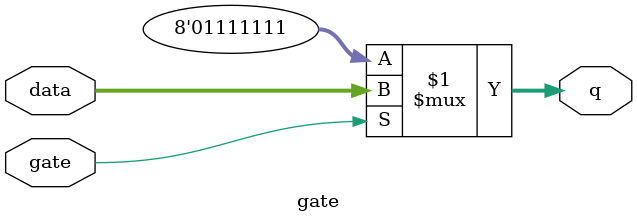
<source format=v>
module gate (
    input  wire [7:0] data,
    input  wire       gate,
    output wire [7:0] q
);
  assign q = gate ? data : 8'b01111111;
endmodule

</source>
